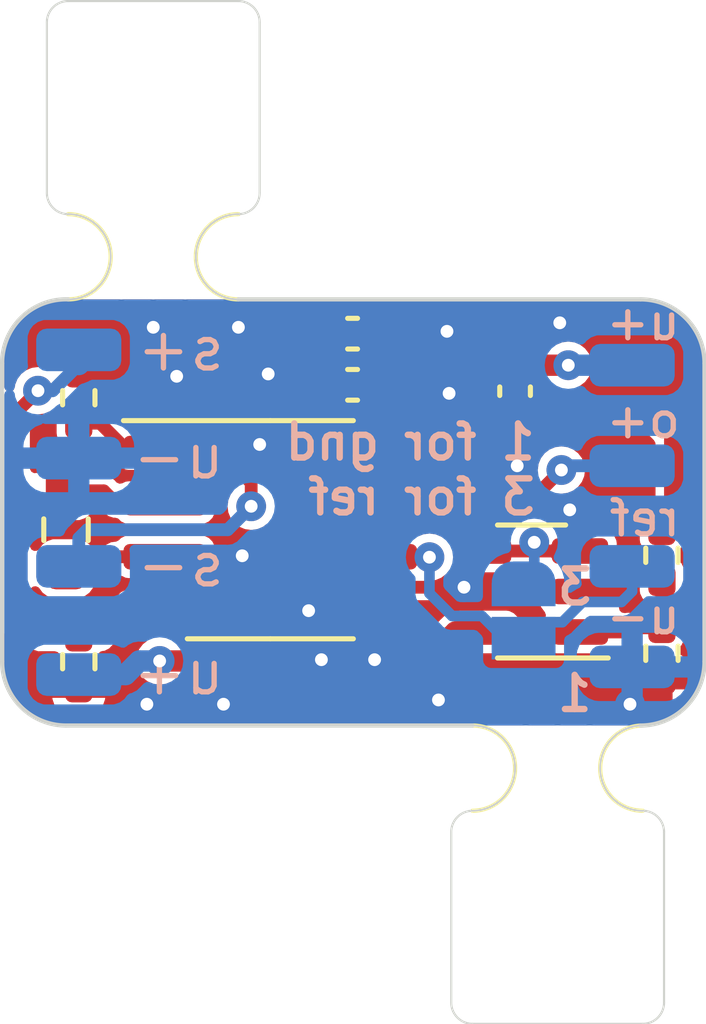
<source format=kicad_pcb>
(kicad_pcb (version 20221018) (generator pcbnew)
  (layers (0 "F.Cu" signal) (31 "B.Cu" power) (34 "B.Paste" user) (35 "F.Paste" user) (36 "B.SilkS" user "B.Silkscreen") (37 "F.SilkS" user "F.Silkscreen") (38 "B.Mask" user) (39 "F.Mask" user) (44 "Edge.Cuts" user))
  (net 0 "")
  (net 1 "VDD")
  (net 2 "GND")
  (net 3 "Net-(IC1-RG_1)")
  (net 4 "Net-(IC1-RG_2)")
  (net 5 "ref")
  (net 6 "out")
  (net 7 "-IN")
  (net 8 "+IN")
  (net 9 "Net-(J1-Pin_1)")
  (net 10 "Net-(IC2-INPUT_+)")
  (net 11 "Net-(IC2-INPUT_-)")
  (footprint "MountingEquipment:mouse-bite-2mm-slot" (layer "F.Cu") (at 133.5 83)
    (fp_text reference "mouse-bite-2mm-slot" hide)
    (fp_text value "VAL**" hide)
    (fp_arc (start -2 -1) (mid -1 0) (end -2 1) (stroke (width 0.1)) (layer "F.SilkS"))
    (fp_arc (start 2 1) (mid 1 0) (end 2 -1) (stroke (width 0.1)) (layer "F.SilkS"))
    (pad "" np_thru_hole circle (at -0.75 -0.75) (size 0.5 0.5) (drill 0.5) (layers "*.Cu" "*.Mask"))
    (pad "" np_thru_hole circle (at -0.75 0.75) (size 0.5 0.5) (drill 0.5) (layers "*.Cu" "*.Mask"))
    (pad "" np_thru_hole circle (at 0 -0.75) (size 0.5 0.5) (drill 0.5) (layers "*.Cu" "*.Mask"))
    (pad "" np_thru_hole circle (at 0 0.75) (size 0.5 0.5) (drill 0.5) (layers "*.Cu" "*.Mask"))
    (pad "" np_thru_hole circle (at 0.75 -0.75) (size 0.5 0.5) (drill 0.5) (layers "*.Cu" "*.Mask"))
    (pad "" np_thru_hole circle (at 0.75 0.75) (size 0.5 0.5) (drill 0.5) (layers "*.Cu" "*.Mask"))
  )
  (footprint "Package_SO:SOIC-8_3.9x4.9mm_P1.27mm" (layer "F.Cu") (at 136.25 89.405)
    (fp_text reference "IC1" hide)
    (fp_text value "INA826AID" hide)
    (fp_line (start 0 -2.56) (end -3.45 -2.56) (stroke (width 0.12)) (layer "F.SilkS"))
    (fp_line (start 0 -2.56) (end 1.95 -2.56) (stroke (width 0.12)) (layer "F.SilkS"))
    (fp_line (start 0 2.56) (end -1.95 2.56) (stroke (width 0.12)) (layer "F.SilkS"))
    (fp_line (start 0 2.56) (end 1.95 2.56) (stroke (width 0.12)) (layer "F.SilkS"))
    (pad "1" smd roundrect (at -2.475 -1.905) (size 1.95 0.6) (layers "F.Cu" "F.Paste" "F.Mask") (net 7 "-IN"))
    (pad "2" smd roundrect (at -2.475 -0.635) (size 1.95 0.6) (layers "F.Cu" "F.Paste" "F.Mask") (net 3 "Net-(IC1-RG_1)"))
    (pad "3" smd roundrect (at -2.475 0.635) (size 1.95 0.6) (layers "F.Cu" "F.Paste" "F.Mask") (net 4 "Net-(IC1-RG_2)"))
    (pad "4" smd roundrect (at -2.475 1.905) (size 1.95 0.6) (layers "F.Cu" "F.Paste" "F.Mask") (net 8 "+IN"))
    (pad "5" smd roundrect (at 2.475 1.905) (size 1.95 0.6) (layers "F.Cu" "F.Paste" "F.Mask") (net 2 "GND"))
    (pad "6" smd roundrect (at 2.475 0.635) (size 1.95 0.6) (layers "F.Cu" "F.Paste" "F.Mask") (net 5 "ref"))
    (pad "7" smd roundrect (at 2.475 -0.635) (size 1.95 0.6) (layers "F.Cu" "F.Paste" "F.Mask") (net 6 "out"))
    (pad "8" smd roundrect (at 2.475 -1.905) (size 1.95 0.6) (layers "F.Cu" "F.Paste" "F.Mask") (net 1 "VDD"))
  )
  (footprint "Inductor_SMD:L_0402_1005Metric_Pad0.77x0.64mm_HandSolder" (layer "F.Cu") (at 142 86.155 -90)
    (fp_text reference "FB1" hide)
    (fp_text value "120R" hide)
    (fp_line (start -0.1002 -0.36) (end 0.1002 -0.36) (stroke (width 0.12)) (layer "F.SilkS"))
    (fp_line (start -0.1002 0.36) (end 0.1002 0.36) (stroke (width 0.12)) (layer "F.SilkS"))
    (pad "1" smd roundrect (at -0.5725 0 270) (size 0.765 0.64) (layers "F.Cu" "F.Paste" "F.Mask") (net 9 "Net-(J1-Pin_1)"))
    (pad "2" smd roundrect (at 0.5725 0 270) (size 0.765 0.64) (layers "F.Cu" "F.Paste" "F.Mask") (net 1 "VDD"))
  )
  (footprint "Resistor_SMD:R_0402_1005Metric_Pad0.72x0.64mm_HandSolder" (layer "F.Cu") (at 131.75 86.3075 90)
    (fp_text reference "R1" hide)
    (fp_text value "47k" hide)
    (fp_line (start -0.167621 -0.38) (end 0.167621 -0.38) (stroke (width 0.12)) (layer "F.SilkS"))
    (fp_line (start -0.167621 0.38) (end 0.167621 0.38) (stroke (width 0.12)) (layer "F.SilkS"))
    (pad "1" smd roundrect (at -0.5975 0 90) (size 0.715 0.64) (layers "F.Cu" "F.Paste" "F.Mask") (net 7 "-IN"))
    (pad "2" smd roundrect (at 0.5975 0 90) (size 0.715 0.64) (layers "F.Cu" "F.Paste" "F.Mask") (net 2 "GND"))
  )
  (footprint "MountingEquipment:mouse-bite-2mm-slot" (layer "F.Cu") (at 143 95 180)
    (fp_text reference "mouse-bite-2mm-slot" hide)
    (fp_text value "VAL**" hide)
    (fp_arc (start -2 -1) (mid -1 0) (end -2 1) (stroke (width 0.1)) (layer "F.SilkS"))
    (fp_arc (start 2 1) (mid 1 0) (end 2 -1) (stroke (width 0.1)) (layer "F.SilkS"))
    (pad "" np_thru_hole circle (at -0.75 -0.75 180) (size 0.5 0.5) (drill 0.5) (layers "F&B.Cu" "*.Mask"))
    (pad "" np_thru_hole circle (at -0.75 0.75 180) (size 0.5 0.5) (drill 0.5) (layers "F&B.Cu" "*.Mask"))
    (pad "" np_thru_hole circle (at 0 -0.75 180) (size 0.5 0.5) (drill 0.5) (layers "F&B.Cu" "*.Mask"))
    (pad "" np_thru_hole circle (at 0 0.75 180) (size 0.5 0.5) (drill 0.5) (layers "F&B.Cu" "*.Mask"))
    (pad "" np_thru_hole circle (at 0.75 -0.75 180) (size 0.5 0.5) (drill 0.5) (layers "F&B.Cu" "*.Mask"))
    (pad "" np_thru_hole circle (at 0.75 0.75 180) (size 0.5 0.5) (drill 0.5) (layers "F&B.Cu" "*.Mask"))
  )
  (footprint "Resistor_SMD:R_0402_1005Metric_Pad0.72x0.64mm_HandSolder" (layer "F.Cu") (at 145.45 90.005 90)
    (fp_text reference "R3" hide)
    (fp_text value "10k" hide)
    (fp_line (start -0.167621 -0.38) (end 0.167621 -0.38) (stroke (width 0.12)) (layer "F.SilkS"))
    (fp_line (start -0.167621 0.38) (end 0.167621 0.38) (stroke (width 0.12)) (layer "F.SilkS"))
    (pad "1" smd roundrect (at -0.5975 0 90) (size 0.715 0.64) (layers "F.Cu" "F.Paste" "F.Mask") (net 10 "Net-(IC2-INPUT_+)"))
    (pad "2" smd roundrect (at 0.5975 0 90) (size 0.715 0.64) (layers "F.Cu" "F.Paste" "F.Mask") (net 1 "VDD"))
  )
  (footprint "Capacitor_SMD:C_0402_1005Metric_Pad0.74x0.62mm_HandSolder" (layer "F.Cu") (at 138.1825 86.005 180)
    (fp_text reference "C1" hide)
    (fp_text value "100n" hide)
    (fp_line (start -0.115835 -0.36) (end 0.115835 -0.36) (stroke (width 0.12)) (layer "F.SilkS"))
    (fp_line (start -0.115835 0.36) (end 0.115835 0.36) (stroke (width 0.12)) (layer "F.SilkS"))
    (pad "1" smd roundrect (at -0.5675 0 180) (size 0.735 0.62) (layers "F.Cu" "F.Paste" "F.Mask") (net 1 "VDD"))
    (pad "2" smd roundrect (at 0.5675 0 180) (size 0.735 0.62) (layers "F.Cu" "F.Paste" "F.Mask") (net 2 "GND"))
  )
  (footprint "Resistor_SMD:R_0402_1005Metric_Pad0.72x0.64mm_HandSolder" (layer "F.Cu") (at 145.45 92.305 90)
    (fp_text reference "R4" hide)
    (fp_text value "10k" hide)
    (fp_line (start -0.167621 -0.38) (end 0.167621 -0.38) (stroke (width 0.12)) (layer "F.SilkS"))
    (fp_line (start -0.167621 0.38) (end 0.167621 0.38) (stroke (width 0.12)) (layer "F.SilkS"))
    (pad "1" smd roundrect (at -0.5975 0 90) (size 0.715 0.64) (layers "F.Cu" "F.Paste" "F.Mask") (net 2 "GND"))
    (pad "2" smd roundrect (at 0.5975 0 90) (size 0.715 0.64) (layers "F.Cu" "F.Paste" "F.Mask") (net 10 "Net-(IC2-INPUT_+)"))
  )
  (footprint "Package_TO_SOT_SMD:SOT-23-5" (layer "F.Cu") (at 142.3875 90.855 180)
    (fp_text reference "IC2" hide)
    (fp_text value "AS321KTR-G1" hide)
    (fp_line (start 0 -1.56) (end -1.8 -1.56) (stroke (width 0.12)) (layer "F.SilkS"))
    (fp_line (start 0 -1.56) (end 0.8 -1.56) (stroke (width 0.12)) (layer "F.SilkS"))
    (fp_line (start 0 1.56) (end -0.8 1.56) (stroke (width 0.12)) (layer "F.SilkS"))
    (fp_line (start 0 1.56) (end 0.8 1.56) (stroke (width 0.12)) (layer "F.SilkS"))
    (pad "1" smd roundrect (at -1.1375 -0.95 180) (size 1.325 0.6) (layers "F.Cu" "F.Paste" "F.Mask") (net 10 "Net-(IC2-INPUT_+)"))
    (pad "2" smd roundrect (at -1.1375 0 180) (size 1.325 0.6) (layers "F.Cu" "F.Paste" "F.Mask") (net 2 "GND"))
    (pad "3" smd roundrect (at -1.1375 0.95 180) (size 1.325 0.6) (layers "F.Cu" "F.Paste" "F.Mask") (net 11 "Net-(IC2-INPUT_-)"))
    (pad "4" smd roundrect (at 1.1375 0.95 180) (size 1.325 0.6) (layers "F.Cu" "F.Paste" "F.Mask") (net 11 "Net-(IC2-INPUT_-)"))
    (pad "5" smd roundrect (at 1.1375 -0.95 180) (size 1.325 0.6) (layers "F.Cu" "F.Paste" "F.Mask") (net 1 "VDD"))
  )
  (footprint "Resistor_SMD:R_0402_1005Metric_Pad0.72x0.64mm_HandSolder" (layer "F.Cu") (at 131.75 92.5025 90)
    (fp_text reference "R2" hide)
    (fp_text value "47k" hide)
    (fp_line (start -0.167621 -0.38) (end 0.167621 -0.38) (stroke (width 0.12)) (layer "F.SilkS"))
    (fp_line (start -0.167621 0.38) (end 0.167621 0.38) (stroke (width 0.12)) (layer "F.SilkS"))
    (pad "1" smd roundrect (at -0.5975 0 90) (size 0.715 0.64) (layers "F.Cu" "F.Paste" "F.Mask") (net 2 "GND"))
    (pad "2" smd roundrect (at 0.5975 0 90) (size 0.715 0.64) (layers "F.Cu" "F.Paste" "F.Mask") (net 8 "+IN"))
  )
  (footprint "Resistor_SMD:R_0603_1608Metric_Pad0.98x0.95mm_HandSolder" (layer "F.Cu") (at 131.45 89.405 90)
    (fp_text reference "RG1" hide)
    (fp_text value "tbd" hide)
    (fp_line (start -0.254724 -0.5225) (end 0.254724 -0.5225) (stroke (width 0.12)) (layer "F.SilkS"))
    (fp_line (start -0.254724 0.5225) (end 0.254724 0.5225) (stroke (width 0.12)) (layer "F.SilkS"))
    (pad "1" smd roundrect (at -0.9125 0 90) (size 0.975 0.95) (layers "F.Cu" "F.Paste" "F.Mask") (net 4 "Net-(IC1-RG_2)"))
    (pad "2" smd roundrect (at 0.9125 0 90) (size 0.975 0.95) (layers "F.Cu" "F.Paste" "F.Mask") (net 3 "Net-(IC1-RG_1)"))
  )
  (footprint "Capacitor_SMD:C_0402_1005Metric_Pad0.74x0.62mm_HandSolder" (layer "F.Cu") (at 138.1825 84.805 180)
    (fp_text reference "C2" hide)
    (fp_text value "10u" hide)
    (fp_line (start -0.115835 -0.36) (end 0.115835 -0.36) (stroke (width 0.12)) (layer "F.SilkS"))
    (fp_line (start -0.115835 0.36) (end 0.115835 0.36) (stroke (width 0.12)) (layer "F.SilkS"))
    (pad "1" smd roundrect (at -0.5675 0 180) (size 0.735 0.62) (layers "F.Cu" "F.Paste" "F.Mask") (net 1 "VDD"))
    (pad "2" smd roundrect (at 0.5675 0 180) (size 0.735 0.62) (layers "F.Cu" "F.Paste" "F.Mask") (net 2 "GND"))
  )
  (footprint "" (layer "F.Cu") (at 143 98.5 180)
    (fp_text reference "" (at 0 0) (layer "F.SilkS") (effects (font (size 1.27 1.27))))
    (fp_text value "" (at 0 0) (layer "F.SilkS") (effects (font (size 1.27 1.27))))
    (pad "" np_thru_hole circle (at 0 0 180) (size 2.2 2.2) (drill 2.2) (layers "F&B.Cu" "*.Mask"))
  )
  (footprint "MountingHole:MountingHole_2.2mm_M2" (layer "F.Cu") (at 143 98.5 180)
    (fp_text reference "REF**" hide)
    (fp_text value "MountingHole_2.2mm_M2" hide)
    (pad "" np_thru_hole circle (at 0 0 180) (size 2.2 2.2) (drill 2.2) (layers "F&B.Cu" "*.Mask"))
  )
  (footprint "MountingHole:MountingHole_2.2mm_M2" (layer "F.Cu") (at 133.5 79.5)
    (fp_text reference "REF**" hide)
    (fp_text value "MountingHole_2.2mm_M2" hide)
    (pad "" np_thru_hole circle (at 0 0) (size 2.2 2.2) (drill 2.2) (layers "*.Cu" "*.Mask"))
  )
  (footprint "Connector_Wire:SolderWirePad_1x01_SMD_1x2mm" (layer "B.Cu") (at 144.75 90.265 -90)
    (fp_text reference "J3" hide)
    (fp_text value "Conn_01x01_Socket" hide)
    (pad "1" smd roundrect (at 0 0 270) (size 1 2) (layers "B.Cu" "B.Paste" "B.Mask") (net 5 "ref"))
  )
  (footprint "Connector_Wire:SolderWirePad_1x01_SMD_1x2mm" (layer "B.Cu") (at 144.75 92.625 -90)
    (fp_text reference "J4" hide)
    (fp_text value "Conn_01x01_Socket" hide)
    (pad "1" smd roundrect (at 0 0 270) (size 1 2) (layers "B.Cu" "B.Paste" "B.Mask") (net 2 "GND"))
  )
  (footprint "Jumper:SolderJumper-3_P1.3mm_Open_RoundedPad1.0x1.5mm_NumberLabels" (layer "B.Cu") (at 142.2 91.95 90)
    (fp_text reference "JP1" hide)
    (fp_text value "SolderJumper_3_Open" hide)
    (fp_text user "3" (at 1.2 1.2) (layer "B.SilkS") (effects (font (size 0.8 0.8)) (justify mirror)))
    (fp_text user "1" (at -1.3 1.2) (layer "B.SilkS") (effects (font (size 0.8 0.8)) (justify mirror)))
    (pad "1" smd custom (at -1.3 0 90) (size 1 0.5) (layers "B.Cu" "B.Mask") (net 2 "GND") (options (clearance outline) (anchor rect)) (primitives (gr_circle (center 0 -0.25) (end 0.5 -0.25) (width 0) (fill yes)) (gr_circle (center 0 0.25) (end 0.5 0.25) (width 0) (fill yes)) (gr_poly (pts (xy 0.55 -0.75) (xy 0 -0.75) (xy 0 0.75) (xy 0.55 0.75)) (width 0) (fill yes))))
    (pad "2" smd rect (at 0 0 90) (size 1 1.5) (layers "B.Cu" "B.Mask") (net 5 "ref"))
    (pad "3" smd custom (at 1.3 0 90) (size 1 0.5) (layers "B.Cu" "B.Mask") (net 11 "Net-(IC2-INPUT_-)") (options (clearance outline) (anchor rect)) (primitives (gr_circle (center 0 -0.25) (end 0.5 -0.25) (width 0) (fill yes)) (gr_circle (center 0 0.25) (end 0.5 0.25) (width 0) (fill yes)) (gr_poly (pts (xy 0 -0.75) (xy -0.55 -0.75) (xy -0.55 0.75) (xy 0 0.75)) (width 0) (fill yes))))
  )
  (footprint "Connector_Wire:SolderWirePad_1x01_SMD_1x2mm" (layer "B.Cu") (at 144.75 85.545 -90)
    (fp_text reference "J1" hide)
    (fp_text value "Conn_01x01_Socket" hide)
    (pad "1" smd roundrect (at 0 0 270) (size 1 2) (layers "B.Cu" "B.Paste" "B.Mask") (net 9 "Net-(J1-Pin_1)"))
  )
  (footprint "Connector_Wire:SolderWirePad_1x01_SMD_1x2mm" (layer "B.Cu") (at 131.75 87.725 90)
    (fp_text reference "J8" hide)
    (fp_text value "Conn_01x01_Socket" hide)
    (pad "1" smd roundrect (at 0 0 90) (size 1 2) (layers "B.Cu" "B.Paste" "B.Mask") (net 2 "GND"))
  )
  (footprint "Connector_Wire:SolderWirePad_1x01_SMD_1x2mm" (layer "B.Cu") (at 131.75 85.185 90)
    (fp_text reference "J6" hide)
    (fp_text value "Conn_01x01_Socket" hide)
    (pad "1" smd roundrect (at 0 0 90) (size 1 2) (layers "B.Cu" "B.Paste" "B.Mask") (net 8 "+IN"))
  )
  (footprint "Connector_Wire:SolderWirePad_1x01_SMD_1x2mm" (layer "B.Cu") (at 131.75 92.805 90)
    (fp_text reference "J5" hide)
    (fp_text value "Conn_01x01_Socket" hide)
    (pad "1" smd roundrect (at 0 0 90) (size 1 2) (layers "B.Cu" "B.Paste" "B.Mask") (net 1 "VDD"))
  )
  (footprint "Connector_Wire:SolderWirePad_1x01_SMD_1x2mm" (layer "B.Cu") (at 131.75 90.265 90)
    (fp_text reference "J7" hide)
    (fp_text value "Conn_01x01_Socket" hide)
    (pad "1" smd roundrect (at 0 0 90) (size 1 2) (layers "B.Cu" "B.Paste" "B.Mask") (net 7 "-IN"))
  )
  (footprint "Connector_Wire:SolderWirePad_1x01_SMD_1x2mm" (layer "B.Cu") (at 144.75 87.905 -90)
    (fp_text reference "J2" hide)
    (fp_text value "Conn_01x01_Socket" hide)
    (pad "1" smd roundrect (at 0 0 270) (size 1 2) (layers "B.Cu" "B.Paste" "B.Mask") (net 6 "out"))
  )
  (gr_arc (start 140.5 96.5) (mid 140.646447 96.146447) (end 141 96) (stroke (width 0.05)) (layer "Edge.Cuts"))
  (gr_arc (start 145 96.001249) (mid 143.999063 95.025008) (end 144.95 94) (stroke (width 0.05)) (layer "Edge.Cuts"))
  (gr_line (start 140.5 96.5) (end 140.5 100.5) (stroke (width 0.05)) (layer "Edge.Cuts"))
  (gr_line (start 144.95 84) (end 135.5 84) (stroke (width 0.1)) (layer "Edge.Cuts"))
  (gr_line (start 141 101) (end 145 101) (stroke (width 0.05)) (layer "Edge.Cuts"))
  (gr_arc (start 129.949167 85.5) (mid 130.406578 84.421218) (end 131.5 84) (stroke (width 0.1)) (layer "Edge.Cuts"))
  (gr_arc (start 131.5 82) (mid 131.146447 81.853553) (end 131 81.5) (stroke (width 0.05)) (layer "Edge.Cuts"))
  (gr_line (start 141 94) (end 131.45 94) (stroke (width 0.1)) (layer "Edge.Cuts"))
  (gr_arc (start 146.45 92.5) (mid 146.01066 93.56066) (end 144.95 94) (stroke (width 0.1)) (layer "Edge.Cuts"))
  (gr_arc (start 131 77.5) (mid 131.146447 77.146447) (end 131.5 77) (stroke (width 0.05)) (layer "Edge.Cuts"))
  (gr_arc (start 145 96) (mid 145.353553 96.146447) (end 145.5 96.5) (stroke (width 0.05)) (layer "Edge.Cuts"))
  (gr_arc (start 131.45 94) (mid 130.38934 93.56066) (end 129.95 92.5) (stroke (width 0.1)) (layer "Edge.Cuts"))
  (gr_line (start 145.5 100.5) (end 145.5 96.5) (stroke (width 0.05)) (layer "Edge.Cuts"))
  (gr_arc (start 141 101) (mid 140.646447 100.853553) (end 140.5 100.5) (stroke (width 0.05)) (layer "Edge.Cuts"))
  (gr_arc (start 141 94) (mid 142 95) (end 141 96) (stroke (width 0.05)) (layer "Edge.Cuts"))
  (gr_line (start 146.45 85.5) (end 146.45 92.5) (stroke (width 0.1)) (layer "Edge.Cuts"))
  (gr_arc (start 135.5 84) (mid 134.5 83) (end 135.5 82) (stroke (width 0.05)) (layer "Edge.Cuts"))
  (gr_arc (start 135.5 77) (mid 135.853553 77.146447) (end 136 77.5) (stroke (width 0.05)) (layer "Edge.Cuts"))
  (gr_arc (start 145.5 100.5) (mid 145.353553 100.853553) (end 145 101) (stroke (width 0.05)) (layer "Edge.Cuts"))
  (gr_line (start 131 77.5) (end 131 81.5) (stroke (width 0.05)) (layer "Edge.Cuts"))
  (gr_line (start 136 81.5) (end 136 77.5) (stroke (width 0.05)) (layer "Edge.Cuts"))
  (gr_line (start 129.95 85.5) (end 129.95 92.5) (stroke (width 0.1)) (layer "Edge.Cuts"))
  (gr_arc (start 131.5 82) (mid 132.5 83) (end 131.5 84) (stroke (width 0.05)) (layer "Edge.Cuts"))
  (gr_line (start 135.5 77) (end 131.5 77) (stroke (width 0.05)) (layer "Edge.Cuts"))
  (gr_arc (start 136 81.5) (mid 135.853553 81.853553) (end 135.5 82) (stroke (width 0.05)) (layer "Edge.Cuts"))
  (gr_arc (start 144.95 84) (mid 146.01066 84.43934) (end 146.45 85.5) (stroke (width 0.1)) (layer "Edge.Cuts"))
  (gr_text "u+" (at 145.95 85.005) (layer "B.SilkS") (effects (font (size 0.8 0.8) (thickness 0.125)) (justify left bottom mirror)))
  (gr_text "1 for gnd\n3 for ref" (at 142.55 89.105) (layer "B.SilkS") (effects (font (size 0.8 0.8)) (justify left bottom mirror)))
  (gr_text "s-" (at 135.25 90.805) (layer "B.SilkS") (effects (font (size 1 1) (thickness 0.125)) (justify left bottom mirror)))
  (gr_text "o+" (at 145.95 87.305) (layer "B.SilkS") (effects (font (size 0.8 0.8) (thickness 0.125)) (justify left bottom mirror)))
  (gr_text "u-" (at 145.95 91.905) (layer "B.SilkS") (effects (font (size 0.8 0.8) (thickness 0.125)) (justify left bottom mirror)))
  (gr_text "ref" (at 145.95 89.605) (layer "B.SilkS") (effects (font (size 0.8 0.8) (thickness 0.125)) (justify left bottom mirror)))
  (gr_text "s+" (at 135.25 85.738334) (layer "B.SilkS") (effects (font (size 1 1) (thickness 0.125)) (justify left bottom mirror)))
  (gr_text "u+" (at 135.25 93.338334) (layer "B.SilkS") (effects (font (size 1 1) (thickness 0.125)) (justify left bottom mirror)))
  (gr_text "u-" (at 135.25 88.271667) (layer "B.SilkS") (effects (font (size 1 1) (thickness 0.125)) (justify left bottom mirror)))
  (segment (start 133.65 92.485) (end 134.423528 92.485) (width 0.5) (layer "F.Cu") (net 1))
  (segment (start 136.25 90.658528) (end 136.25 90.655) (width 0.5) (layer "F.Cu") (net 1))
  (segment (start 138.75 84.805) (end 138.75 87.475) (width 0.5) (layer "F.Cu") (net 1))
  (segment (start 136.5 93.405) (end 139 93.405) (width 0.5) (layer "F.Cu") (net 1))
  (segment (start 141.2275 87.5) (end 142 86.7275) (width 0.5) (layer "F.Cu") (net 1))
  (segment (start 137.505 87.5) (end 138.725 87.5) (width 0.5) (layer "F.Cu") (net 1))
  (segment (start 136.25 93.155) (end 136.5 93.405) (width 0.5) (layer "F.Cu") (net 1))
  (segment (start 140.6 91.805) (end 141.25 91.805) (width 0.5) (layer "F.Cu") (net 1))
  (segment (start 138.725 87.5) (end 141.2275 87.5) (width 0.5) (layer "F.Cu") (net 1))
  (segment (start 142 86.7275) (end 145.3225 86.7275) (width 0.5) (layer "F.Cu") (net 1))
  (segment (start 138.75 87.475) (end 138.725 87.5) (width 0.5) (layer "F.Cu") (net 1))
  (segment (start 136.25 90.655) (end 136.8 90.105) (width 0.5) (layer "F.Cu") (net 1))
  (segment (start 145.3225 86.7275) (end 145.75 87.155) (width 0.5) (layer "F.Cu") (net 1))
  (segment (start 139 93.405) (end 140.6 91.805) (width 0.5) (layer "F.Cu") (net 1))
  (segment (start 145.75 87.155) (end 145.75 89.1075) (width 0.5) (layer "F.Cu") (net 1))
  (segment (start 134.423528 92.485) (end 136.25 90.658528) (width 0.5) (layer "F.Cu") (net 1))
  (segment (start 136.25 90.658528) (end 136.25 93.155) (width 0.5) (layer "F.Cu") (net 1))
  (segment (start 136.8 90.105) (end 136.8 88.205) (width 0.5) (layer "F.Cu") (net 1))
  (segment (start 136.8 88.205) (end 137.505 87.5) (width 0.5) (layer "F.Cu") (net 1))
  (segment (start 145.75 89.1075) (end 145.45 89.4075) (width 0.5) (layer "F.Cu") (net 1))
  (via (at 133.65 92.485) (size 0.7) (drill 0.3) (layers "F.Cu" "B.Cu") (net 1))
  (segment (start 133.169311 92.485) (end 132.849311 92.805) (width 0.5) (layer "B.Cu") (net 1))
  (segment (start 133.65 92.485) (end 133.169311 92.485) (width 0.5) (layer "B.Cu") (net 1))
  (segment (start 132.849311 92.805) (end 131.75 92.805) (width 0.5) (layer "B.Cu") (net 1))
  (segment (start 140.8 90.7545) (end 140.9005 90.855) (width 0.3) (layer "F.Cu") (net 2))
  (segment (start 139.2805 90.7545) (end 138.725 91.31) (width 0.3) (layer "F.Cu") (net 2))
  (segment (start 140.9005 90.855) (end 143.525 90.855) (width 0.3) (layer "F.Cu") (net 2))
  (segment (start 140.8 90.7545) (end 139.2805 90.7545) (width 0.3) (layer "F.Cu") (net 2))
  (segment (start 144.8525 93.5) (end 145.45 92.9025) (width 0.5) (layer "F.Cu") (net 2))
  (segment (start 144.7 93.5) (end 144.8525 93.5) (width 0.5) (layer "F.Cu") (net 2))
  (via (at 135.5 84.655) (size 0.7) (drill 0.3) (layers "F.Cu" "B.Cu") (net 2))
  (via (at 138.7 92.455) (size 0.7) (drill 0.3) (layers "F.Cu" "B.Cu") (net 2))
  (via (at 137.15 91.305) (size 0.7) (drill 0.3) (layers "F.Cu" "B.Cu") (net 2))
  (via (at 136 87.405) (size 0.7) (drill 0.3) (layers "F.Cu" "B.Cu") (net 2))
  (via (at 135.15 93.5) (size 0.7) (drill 0.3) (layers "F.Cu" "B.Cu") (net 2))
  (via (at 140.8 90.7545) (size 0.7) (drill 0.3) (layers "F.Cu" "B.Cu") (net 2))
  (via (at 133.5 84.655) (size 0.7) (drill 0.3) (layers "F.Cu" "B.Cu") (net 2))
  (via (at 136.2 85.75) (size 0.7) (drill 0.3) (layers "F.Cu" "B.Cu") (net 2))
  (via (at 140.2 93.4) (size 0.7) (drill 0.3) (layers "F.Cu" "B.Cu") (net 2))
  (via (at 144.7 93.5) (size 0.7) (drill 0.3) (layers "F.Cu" "B.Cu") (net 2))
  (via (at 143.05 84.55) (size 0.7) (drill 0.3) (layers "F.Cu" "B.Cu") (net 2))
  (via (at 135.589708 90.016474) (size 0.7) (drill 0.3) (layers "F.Cu" "B.Cu") (net 2))
  (via (at 143.284083 88.939083) (size 0.7) (drill 0.3) (layers "F.Cu" "B.Cu") (net 2))
  (via (at 134.05 85.805) (size 0.7) (drill 0.3) (layers "F.Cu" "B.Cu") (net 2))
  (via (at 142.05 87.905) (size 0.7) (drill 0.3) (layers "F.Cu" "B.Cu") (net 2))
  (via (at 137.45 92.455) (size 0.7) (drill 0.3) (layers "F.Cu" "B.Cu") (net 2))
  (via (at 140.4 84.75) (size 0.7) (drill 0.3) (layers "F.Cu" "B.Cu") (net 2))
  (via (at 140.45 86.205) (size 0.7) (drill 0.3) (layers "F.Cu" "B.Cu") (net 2))
  (via (at 133.35 93.5) (size 0.7) (drill 0.3) (layers "F.Cu" "B.Cu") (net 2))
  (segment (start 132.3375 88.4925) (end 131.45 88.4925) (width 0.3) (layer "F.Cu") (net 3))
  (segment (start 133.775 88.77) (end 132.615 88.77) (width 0.3) (layer "F.Cu") (net 3))
  (segment (start 132.615 88.77) (end 132.3375 88.4925) (width 0.3) (layer "F.Cu") (net 3))
  (segment (start 133.775 90.04) (end 132.615 90.04) (width 0.3) (layer "F.Cu") (net 4))
  (segment (start 132.615 90.04) (end 132.3375 90.3175) (width 0.3) (layer "F.Cu") (net 4))
  (segment (start 132.3375 90.3175) (end 131.45 90.3175) (width 0.3) (layer "F.Cu") (net 4))
  (segment (start 138.735 90.05) (end 138.725 90.04) (width 0.25) (layer "F.Cu") (net 5))
  (segment (start 139.988 90.05) (end 138.735 90.05) (width 0.25) (layer "F.Cu") (net 5))
  (via (at 139.988 90.05) (size 0.7) (drill 0.3) (layers "F.Cu" "B.Cu") (net 5))
  (segment (start 139.988 90.05) (end 139.988 90.897095) (width 0.25) (layer "B.Cu") (net 5))
  (segment (start 143.10962 91.575) (end 143.58462 91.1) (width 0.25) (layer "B.Cu") (net 5))
  (segment (start 142.575 91.575) (end 143.10962 91.575) (width 0.25) (layer "B.Cu") (net 5))
  (segment (start 144.5 91.1) (end 144.75 90.85) (width 0.25) (layer "B.Cu") (net 5))
  (segment (start 141.21988 91.4295) (end 141.74038 91.95) (width 0.25) (layer "B.Cu") (net 5))
  (segment (start 142.2 91.95) (end 142.575 91.575) (width 0.25) (layer "B.Cu") (net 5))
  (segment (start 140.520405 91.4295) (end 141.21988 91.4295) (width 0.25) (layer "B.Cu") (net 5))
  (segment (start 143.58462 91.1) (end 144.5 91.1) (width 0.25) (layer "B.Cu") (net 5))
  (segment (start 141.74038 91.95) (end 142.2 91.95) (width 0.25) (layer "B.Cu") (net 5))
  (segment (start 139.988 90.897095) (end 140.520405 91.4295) (width 0.25) (layer "B.Cu") (net 5))
  (segment (start 144.75 90.85) (end 144.75 90.265) (width 0.25) (layer "B.Cu") (net 5))
  (segment (start 142.3225 88.77) (end 138.725 88.77) (width 0.3) (layer "F.Cu") (net 6))
  (segment (start 143.088 88.0045) (end 142.3225 88.77) (width 0.3) (layer "F.Cu") (net 6))
  (via (at 143.088 88.0045) (size 0.7) (drill 0.3) (layers "F.Cu" "B.Cu") (net 6))
  (segment (start 143.088 88.0045) (end 143.1875 87.905) (width 0.3) (layer "B.Cu") (net 6))
  (segment (start 143.1875 87.905) (end 144.75 87.905) (width 0.3) (layer "B.Cu") (net 6))
  (segment (start 132.845 87.5) (end 132.25 86.905) (width 0.3) (layer "F.Cu") (net 7))
  (segment (start 134.995 87.5) (end 133.775 87.5) (width 0.3) (layer "F.Cu") (net 7))
  (segment (start 135.8 88.305) (end 134.995 87.5) (width 0.3) (layer "F.Cu") (net 7))
  (segment (start 135.8 88.855) (end 135.8 88.305) (width 0.3) (layer "F.Cu") (net 7))
  (segment (start 132.25 86.905) (end 131.75 86.905) (width 0.3) (layer "F.Cu") (net 7))
  (segment (start 133.775 87.5) (end 132.845 87.5) (width 0.3) (layer "F.Cu") (net 7))
  (via (at 135.8 88.855) (size 0.7) (drill 0.3) (layers "F.Cu" "B.Cu") (net 7))
  (segment (start 135.25 89.405) (end 131.95 89.405) (width 0.3) (layer "B.Cu") (net 7))
  (segment (start 131.95 89.405) (end 131.75 89.605) (width 0.3) (layer "B.Cu") (net 7))
  (segment (start 131.75 89.605) (end 131.75 90.265) (width 0.3) (layer "B.Cu") (net 7))
  (segment (start 135.8 88.855) (end 135.25 89.405) (width 0.3) (layer "B.Cu") (net 7))
  (segment (start 133.775 91.31) (end 132.845 91.31) (width 0.3) (layer "F.Cu") (net 8))
  (segment (start 132.845 91.31) (end 132.25 91.905) (width 0.3) (layer "F.Cu") (net 8))
  (segment (start 130.791653 86.143347) (end 130.25 86.685) (width 0.3) (layer "F.Cu") (net 8))
  (segment (start 130.85 91.905) (end 131.75 91.905) (width 0.3) (layer "F.Cu") (net 8))
  (segment (start 130.25 86.685) (end 130.25 91.305) (width 0.3) (layer "F.Cu") (net 8))
  (segment (start 132.25 91.905) (end 131.75 91.905) (width 0.3) (layer "F.Cu") (net 8))
  (segment (start 130.25 91.305) (end 130.85 91.905) (width 0.3) (layer "F.Cu") (net 8))
  (via (at 130.791653 86.143347) (size 0.7) (drill 0.3) (layers "F.Cu" "B.Cu") (net 8))
  (segment (start 131.136653 86.143347) (end 131.75 85.53) (width 0.3) (layer "B.Cu") (net 8))
  (segment (start 131.75 85.53) (end 131.75 85.185) (width 0.5) (layer "B.Cu") (net 8))
  (segment (start 130.791653 86.143347) (end 131.136653 86.143347) (width 0.3) (layer "B.Cu") (net 8))
  (segment (start 143.25 85.545) (end 142.0375 85.545) (width 0.5) (layer "F.Cu") (net 9))
  (segment (start 142.0375 85.545) (end 142 85.5825) (width 0.5) (layer "F.Cu") (net 9))
  (via (at 143.25 85.545) (size 0.7) (drill 0.3) (layers "F.Cu" "B.Cu") (net 9))
  (segment (start 143.5 85.545) (end 144.75 85.545) (width 0.5) (layer "B.Cu") (net 9))
  (segment (start 143.525 91.805) (end 144.545 91.805) (width 0.3) (layer "F.Cu") (net 10))
  (segment (start 144.6425 91.7075) (end 145.45 91.7075) (width 0.3) (layer "F.Cu") (net 10))
  (segment (start 145.45 91.7075) (end 145.45 90.6525) (width 0.3) (layer "F.Cu") (net 10))
  (segment (start 144.545 91.805) (end 144.6425 91.7075) (width 0.3) (layer "F.Cu") (net 10))
  (segment (start 141.25 89.905) (end 143.047449 89.905) (width 0.3) (layer "F.Cu") (net 11))
  (segment (start 143.047449 89.905) (end 143.525 89.905) (width 0.5) (layer "F.Cu") (net 11))
  (via (at 142.45 89.7) (size 0.7) (drill 0.3) (layers "F.Cu" "B.Cu") (net 11))
  (segment (start 142.45 90.4) (end 142.15 90.7) (width 0.25) (layer "B.Cu") (net 11))
  (segment (start 142.45 89.7) (end 142.45 90.4) (width 0.25) (layer "B.Cu") (net 11))
  (zone (net 2) (net_name "GND") (layer "F.Cu") (priority 1) (connect_pads (clearance 0.2)) (min_thickness 0.25) (fill yes (thermal_gap 0.3) (thermal_bridge_width 0.5) (island_removal_mode 2) (island_area_min 2))
    (polygon (pts (xy 130 83.905) (xy 130 94.155) (xy 146.5 94.155) (xy 146.5 83.905)))
  )
  (zone (net 2) (net_name "GND") (layer "B.Cu") (connect_pads (clearance 0.2)) (min_thickness 0.25) (fill yes (thermal_gap 0.3) (thermal_bridge_width 0.5) (island_removal_mode 2) (island_area_min 2))
    (polygon (pts (xy 130 83.905) (xy 130 94.155) (xy 146.5 94.155) (xy 146.5 83.905)))
  )
)
</source>
